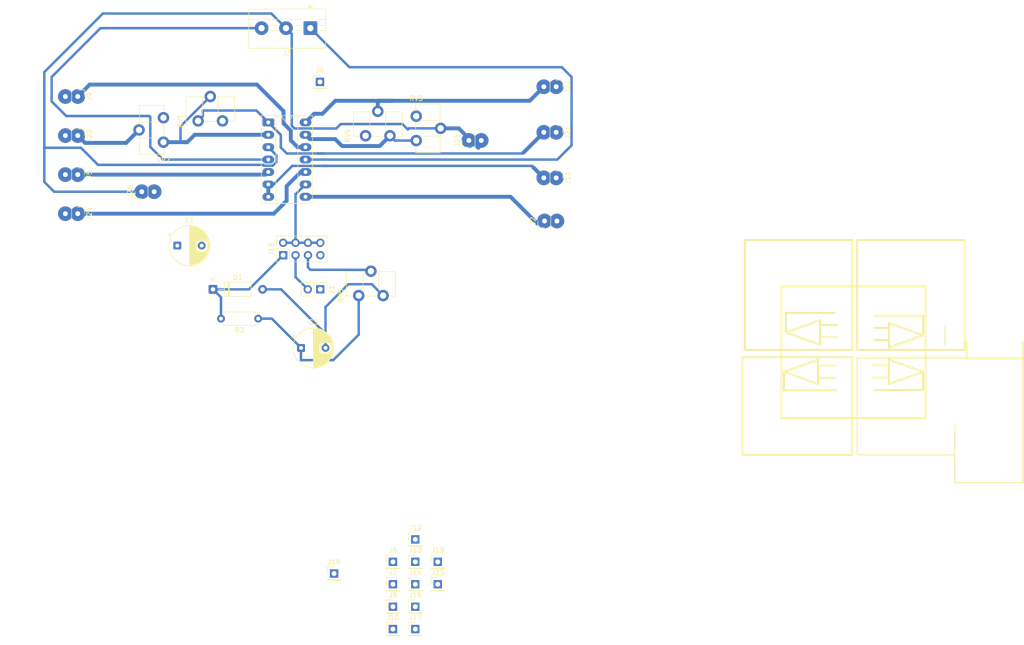
<source format=kicad_pcb>
(kicad_pcb (version 20241229) (generator "pcbnew") (generator_version "9.0")
  (layers (0 "F.Cu" signal) (2 "B.Cu" signal) (13 "F.Paste" user) (15 "B.Paste" user) (5 "F.SilkS" user "F.Silkscreen") (7 "B.SilkS" user "B.Silkscreen") (1 "F.Mask" user) (3 "B.Mask" user) (25 "Edge.Cuts" user))
  (net 0 "")
  (net 1 "VCC")
  (net 2 "VEE")
  (net 3 "bat-")
  (net 4 "v_zener")
  (net 5 "bat+")
  (net 6 "v_devider")
  (net 7 "noninv_amp_vo")
  (net 8 "inv_amp_vo")
  (net 9 "Net-(J10-Pin_1)")
  (net 10 "inv_amp_vin")
  (net 11 "buffer_amp_vo")
  (net 16 "buffer_amp_vin")
  (net 17 "noninv_amp_vin")
  (net 18 "cross_detect_out")
  (net 21 "Net-(J23-Pin_1)")
  (net 22 "Net-(J15-Pin_2)")
  (net 23 "cross_vin")
  (footprint "Connector_PinHeader_2.54mm:PinHeader_1x01_P2.54mm_Vertical" (layer "F.Cu") (at 238.59 170.91)
    (property "Reference" "J23" (at 0 -2.38 0) (layer "F.SilkS"))
    (property "Value" "Conn_01x01_Pin")
    (pad "1" thru_hole rect (at 0 0) (size 1.7 1.7) (drill 1) (layers "*.Cu" "*.Mask") (net 21 "Net-(J23-Pin_1)"))
  )
  (footprint "Connector_PinHeader_2.54mm:PinHeader_1x01_P2.54mm_Vertical" (layer "F.Cu") (at 234 175.5)
    (property "Reference" "J16" (at 0 -2.38 0) (layer "F.SilkS"))
    (property "Value" "Conn_01x01_Pin")
    (pad "1" thru_hole rect (at 0 0) (size 1.7 1.7) (drill 1) (layers "*.Cu" "*.Mask") (net 1 "VCC"))
  )
  (footprint "Connector_PinHeader_2.54mm:PinHeader_1x01_P2.54mm_Vertical" (layer "F.Cu") (at 234 161.73)
    (property "Reference" "J12" (at 0 -2.38 0) (layer "F.SilkS"))
    (property "Value" "Conn_01x01_Pin")
    (pad "1" thru_hole rect (at 0 0) (size 1.7 1.7) (drill 1) (layers "*.Cu" "*.Mask") (net 4 "v_zener"))
  )
  (footprint "Potentiometer_THT:Potentiometer_ACP_CA9-H5_Horizontal" (layer "F.Cu") (at 234.18 75.025)
    (property "Reference" "RV3" (at 0 -3.65 0) (layer "F.SilkS"))
    (property "Value" "R_Potentiometer")
    (pad "1" thru_hole circle (at 0 0) (size 2.34 2.34) (drill 1.3) (layers "*.Cu" "*.Mask"))
    (pad "2" thru_hole circle (at 5 2.5) (size 2.34 2.34) (drill 1.3) (layers "*.Cu" "*.Mask") (net 3 "bat-"))
    (pad "3" thru_hole circle (at 0 5) (size 2.34 2.34) (drill 1.3) (layers "*.Cu" "*.Mask") (net 21 "Net-(J23-Pin_1)"))
  )
  (footprint "Connector_PinHeader_2.54mm:PinHeader_1x01_P2.54mm_Vertical" (layer "F.Cu") (at 234 180.09)
    (property "Reference" "J17" (at 0 -2.38 0) (layer "F.SilkS"))
    (property "Value" "Conn_01x01_Pin")
    (pad "1" thru_hole rect (at 0 0) (size 1.7 1.7) (drill 1) (layers "*.Cu" "*.Mask") (net 10 "inv_amp_vin"))
  )
  (footprint "Connector_PinHeader_2.54mm:PinHeader_1x02_P2.54mm_input" (layer "F.Cu") (at 177.96 90.5 90)
    (property "Reference" "J26" (at 0 -2.38 90) (layer "F.SilkS"))
    (property "Value" "Conn_01x02" (hide yes))
    (pad "1" thru_hole circle (at 0 0 90) (size 3 3) (drill 1) (layers "*.Cu" "*.Mask") (net 3 "bat-"))
    (pad "1" thru_hole circle (at 0 2.54 90) (size 3 3) (drill 1) (layers "*.Cu" "*.Mask") (net 3 "bat-"))
  )
  (footprint "Potentiometer_THT:Potentiometer_ACP_CA9-H5_Horizontal" (layer "F.Cu") (at 222.4 111.78 90)
    (property "Reference" "RV5" (at 0 -3.65 90) (layer "F.SilkS"))
    (property "Value" "R_Potentiometer")
    (pad "1" thru_hole circle (at 0 0 90) (size 2.34 2.34) (drill 1.3) (layers "*.Cu" "*.Mask") (net 1 "VCC"))
    (pad "2" thru_hole circle (at 5 2.5 90) (size 2.34 2.34) (drill 1.3) (layers "*.Cu" "*.Mask") (net 6 "v_devider"))
    (pad "3" thru_hole circle (at 0 5 90) (size 2.34 2.34) (drill 1.3) (layers "*.Cu" "*.Mask") (net 2 "VEE"))
  )
  (footprint "Potentiometer_THT:Potentiometer_ACP_CA9-H5_Horizontal" (layer "F.Cu") (at 223.805 79.04 90)
    (property "Reference" "RV4" (at 0 -3.65 90) (layer "F.SilkS"))
    (property "Value" "R_Potentiometer")
    (pad "1" thru_hole circle (at 0 0 90) (size 2.34 2.34) (drill 1.3) (layers "*.Cu" "*.Mask"))
    (pad "2" thru_hole circle (at 5 2.5 90) (size 2.34 2.34) (drill 1.3) (layers "*.Cu" "*.Mask") (net 7 "noninv_amp_vo"))
    (pad "3" thru_hole circle (at 0 5 90) (size 2.34 2.34) (drill 1.3) (layers "*.Cu" "*.Mask") (net 21 "Net-(J23-Pin_1)"))
  )
  (footprint "Connector_PinHeader_2.54mm:PinHeader_1x01_P2.54mm_Vertical" (layer "F.Cu") (at 217.354698 168.71)
    (property "Reference" "J18" (at 0 -2.38 0) (layer "F.SilkS"))
    (property "Value" "Conn_01x01_Pin")
    (pad "1" thru_hole rect (at 0 0) (size 1.7 1.7) (drill 1) (layers "*.Cu" "*.Mask") (net 9 "Net-(J10-Pin_1)"))
  )
  (footprint "Potentiometer_THT:Potentiometer_ACP_CA9-H5_Horizontal" (layer "F.Cu") (at 182.4 80.35 180)
    (property "Reference" "RV2" (at 0 -3.65 0) (layer "F.SilkS"))
    (property "Value" "R_Potentiometer")
    (pad "1" thru_hole circle (at 0 0 180) (size 2.34 2.34) (drill 1.3) (layers "*.Cu" "*.Mask") (net 9 "Net-(J10-Pin_1)"))
    (pad "2" thru_hole circle (at 5 2.5 180) (size 2.34 2.34) (drill 1.3) (layers "*.Cu" "*.Mask") (net 10 "inv_amp_vin"))
    (pad "3" thru_hole circle (at 0 5 180) (size 2.34 2.34) (drill 1.3) (layers "*.Cu" "*.Mask"))
  )
  (footprint "Connector_PinHeader_2.54mm:PinHeader_1x02_P2.54mm_input" (layer "F.Cu") (at 164.85 71 -90)
    (property "Reference" "J9" (at 0 -2.38 90) (layer "F.SilkS"))
    (property "Value" "Conn_01x02")
    (pad "1" thru_hole circle (at 0 0 270) (size 3 3) (drill 1) (layers "*.Cu" "*.Mask") (net 17 "noninv_amp_vin"))
    (pad "1" thru_hole circle (at 0 2.54 270) (size 3 3) (drill 1) (layers "*.Cu" "*.Mask") (net 17 "noninv_amp_vin"))
  )
  (footprint "Connector_PinHeader_2.54mm:PinHeader_1x01_P2.54mm_Vertical" (layer "F.Cu") (at 234 170.91)
    (property "Reference" "J14" (at 0 -2.38 0) (layer "F.SilkS"))
    (property "Value" "Conn_01x01_Pin")
    (pad "1" thru_hole rect (at 0 0) (size 1.7 1.7) (drill 1) (layers "*.Cu" "*.Mask") (net 2 "VEE"))
  )
  (footprint "Diode_THT:D_A-405_P10.16mm_Horizontal" (layer "F.Cu") (at 192.55 110.5)
    (property "Reference" "D1" (at 5.08 -2.47 0) (layer "F.SilkS"))
    (property "Value" "D_Zener_Filled")
    (fp_text user "K" (at 0 -1.9 0) (layer "F.SilkS"))
    (pad "1" thru_hole roundrect (at 0 0) (size 1.8 1.8) (drill 0.9) (layers "*.Cu" "*.Mask") (roundrect_rratio 0.138889) (net 4 "v_zener"))
    (pad "2" thru_hole circle (at 10.16 0) (size 1.8 1.8) (drill 0.9) (layers "*.Cu" "*.Mask") (net 2 "VEE"))
  )
  (footprint "Connector_PinHeader_2.54mm:PinHeader_1x01_P2.54mm_Vertical" (layer "F.Cu") (at 234 166.32)
    (property "Reference" "J13" (at 0 -2.38 0) (layer "F.SilkS"))
    (property "Value" "Conn_01x01_Pin")
    (pad "1" thru_hole rect (at 0 0) (size 1.7 1.7) (drill 1) (layers "*.Cu" "*.Mask") (net 2 "VEE"))
  )
  (footprint "Capacitor_THT:CP_Radial_D8.0mm_P5.00mm" (layer "F.Cu") (at 210.597349 122.5)
    (property "Reference" "C3" (at 2.5 -5.25 0) (layer "F.SilkS"))
    (property "Value" "C_Polarized")
    (pad "1" thru_hole roundrect (at 0 0) (size 1.6 1.6) (drill 0.8) (layers "*.Cu" "*.Mask") (roundrect_rratio 0.15625) (net 1 "VCC"))
    (pad "2" thru_hole circle (at 5 0) (size 1.6 1.6) (drill 0.8) (layers "*.Cu" "*.Mask") (net 2 "VEE"))
  )
  (footprint "Connector_PinHeader_2.54mm:PinHeader_1x01_P2.54mm_Vertical" (layer "F.Cu") (at 229.41 175.5)
    (property "Reference" "J8" (at 0 -2.38 0) (layer "F.SilkS"))
    (property "Value" "Conn_01x01_Pin")
    (pad "1" thru_hole rect (at 0 0) (size 1.7 1.7) (drill 1) (layers "*.Cu" "*.Mask") (net 8 "inv_amp_vo"))
  )
  (footprint "Connector_PinHeader_2.54mm:PinHeader_1x02_P2.54mm_input" (layer "F.Cu") (at 262.85 69 -90)
    (property "Reference" "J22" (at 0 -2.38 90) (layer "F.SilkS"))
    (property "Value" "Conn_01x02")
    (pad "1" thru_hole circle (at 0 0 270) (size 3 3) (drill 1) (layers "*.Cu" "*.Mask") (net 7 "noninv_amp_vo"))
    (pad "1" thru_hole circle (at 0 2.54 270) (size 3 3) (drill 1) (layers "*.Cu" "*.Mask") (net 7 "noninv_amp_vo"))
  )
  (footprint "Connector_PinHeader_2.54mm:PinHeader_1x01_P2.54mm_Vertical" (layer "F.Cu") (at 229.41 180.09)
    (property "Reference" "J10" (at 0 -2.38 0) (layer "F.SilkS"))
    (property "Value" "Conn_01x01_Pin")
    (pad "1" thru_hole rect (at 0 0) (size 1.7 1.7) (drill 1) (layers "*.Cu" "*.Mask") (net 9 "Net-(J10-Pin_1)"))
  )
  (footprint "Connector_PinHeader_2.54mm:PinHeader_1x02_P2.54mm_input" (layer "F.Cu") (at 164.85 79 -90)
    (property "Reference" "J20" (at 0 -2.38 90) (layer "F.SilkS"))
    (property "Value" "Conn_01x02")
    (pad "1" thru_hole circle (at 0 0 270) (size 3 3) (drill 1) (layers "*.Cu" "*.Mask") (net 10 "inv_amp_vin"))
    (pad "1" thru_hole circle (at 0 2.54 270) (size 3 3) (drill 1) (layers "*.Cu" "*.Mask") (net 10 "inv_amp_vin"))
  )
  (footprint "Connector_PinHeader_2.54mm:PinHeader_1x02_P2.54mm_input" (layer "F.Cu") (at 262.85 78.333333 -90)
    (property "Reference" "J21" (at 0 -2.38 90) (layer "F.SilkS"))
    (property "Value" "Conn_01x02")
    (pad "1" thru_hole circle (at 0 0 270) (size 3 3) (drill 1) (layers "*.Cu" "*.Mask") (net 8 "inv_amp_vo"))
    (pad "1" thru_hole circle (at 0 2.54 270) (size 3 3) (drill 1) (layers "*.Cu" "*.Mask") (net 8 "inv_amp_vo"))
  )
  (footprint "Connector_PinHeader_2.54mm:PinHeader_1x01_P2.54mm_Vertical" (layer "F.Cu") (at 229.41 166.32)
    (property "Reference" "J6" (at 0 -2.38 0) (layer "F.SilkS"))
    (property "Value" "Conn_01x01_Pin")
    (pad "1" thru_hole rect (at 0 0) (size 1.7 1.7) (drill 1) (layers "*.Cu" "*.Mask") (net 21 "Net-(J23-Pin_1)"))
  )
  (footprint "Connector_PinHeader_2.54mm:PinHeader_1x02_P2.54mm_input" (layer "F.Cu") (at 262.85 87.666667 -90)
    (property "Reference" "J11" (at 0 -2.38 90) (layer "F.SilkS"))
    (property "Value" "Conn_01x02")
    (pad "1" thru_hole circle (at 0 0 270) (size 3 3) (drill 1) (layers "*.Cu" "*.Mask") (net 11 "buffer_amp_vo"))
    (pad "1" thru_hole circle (at 0 2.54 270) (size 3 3) (drill 1) (layers "*.Cu" "*.Mask") (net 11 "buffer_amp_vo"))
  )
  (footprint "Connector_PinHeader_2.54mm:PinHeader_1x02_P2.54mm_input" (layer "F.Cu") (at 164.85 95 -90)
    (property "Reference" "J24" (at 0 -2.38 90) (layer "F.SilkS"))
    (property "Value" "Conn_01x02" (hide yes))
    (pad "1" thru_hole circle (at 0 0 270) (size 3 3) (drill 1) (layers "*.Cu" "*.Mask") (net 23 "cross_vin"))
    (pad "1" thru_hole circle (at 0 2.54 270) (size 3 3) (drill 1) (layers "*.Cu" "*.Mask") (net 23 "cross_vin"))
  )
  (footprint "Package_DIP:DIP-14_W7.62mm_Socket_LongPads" (layer "F.Cu") (at 203.88 76.3)
    (property "Reference" "U1" (hide yes))
    (property "Value" "TL084")
    (pad "1" thru_hole roundrect (at 0 0) (size 2.4 1.6) (drill 0.8) (layers "*.Cu" "*.Mask") (roundrect_rratio 0.15625) (net 8 "inv_amp_vo"))
    (pad "2" thru_hole oval (at 0 2.54) (size 2.4 1.6) (drill 0.8) (layers "*.Cu" "*.Mask") (net 9 "Net-(J10-Pin_1)"))
    (pad "3" thru_hole oval (at 0 5.08) (size 2.4 1.6) (drill 0.8) (layers "*.Cu" "*.Mask") (net 3 "bat-"))
    (pad "4" thru_hole oval (at 0 7.62) (size 2.4 1.6) (drill 0.8) (layers "*.Cu" "*.Mask") (net 1 "VCC"))
    (pad "5" thru_hole oval (at 0 10.16) (size 2.4 1.6) (drill 0.8) (layers "*.Cu" "*.Mask") (net 16 "buffer_amp_vin"))
    (pad "6" thru_hole oval (at 0 12.7) (size 2.4 1.6) (drill 0.8) (layers "*.Cu" "*.Mask") (net 11 "buffer_amp_vo"))
    (pad "7" thru_hole oval (at 0 15.24) (size 2.4 1.6) (drill 0.8) (layers "*.Cu" "*.Mask") (net 11 "buffer_amp_vo"))
    (pad "8" thru_hole oval (at 7.62 15.24) (size 2.4 1.6) (drill 0.8) (layers "*.Cu" "*.Mask") (net 18 "cross_detect_out"))
    (pad "9" thru_hole oval (at 7.62 12.7) (size 2.4 1.6) (drill 0.8) (layers "*.Cu" "*.Mask") (net 22 "Net-(J15-Pin_2)"))
    (pad "10" thru_hole oval (at 7.62 10.16) (size 2.4 1.6) (drill 0.8) (layers "*.Cu" "*.Mask") (net 23 "cross_vin"))
    (pad "11" thru_hole oval (at 7.62 7.62) (size 2.4 1.6) (drill 0.8) (layers "*.Cu" "*.Mask") (net 2 "VEE"))
    (pad "12" thru_hole oval (at 7.62 5.08) (size 2.4 1.6) (drill 0.8) (layers "*.Cu" "*.Mask") (net 17 "noninv_amp_vin"))
    (pad "13" thru_hole oval (at 7.62 2.54) (size 2.4 1.6) (drill 0.8) (layers "*.Cu" "*.Mask") (net 21 "Net-(J23-Pin_1)"))
    (pad "14" thru_hole oval (at 7.62 0) (size 2.4 1.6) (drill 0.8) (layers "*.Cu" "*.Mask") (net 7 "noninv_amp_vo"))
  )
  (footprint "TerminalBlock:TerminalBlock_MaiXu_MX126-5.0-03P_1x03_P5.00mm" (layer "F.Cu") (at 212.5 57 180)
    (property "Reference" "J3" (at 4.75 -5.12 0) (layer "F.SilkS"))
    (property "Value" "Screw_Terminal_01x03")
    (pad "1" thru_hole roundrect (at 0 0 180) (size 2.8 2.8) (drill 1.3) (layers "*.Cu" "*.Mask") (roundrect_rratio 0.089286) (net 2 "VEE"))
    (pad "2" thru_hole circle (at 5 0 180) (size 2.8 2.8) (drill 1.3) (layers "*.Cu" "*.Mask") (net 3 "bat-"))
    (pad "3" thru_hole circle (at 10 0 180) (size 2.8 2.8) (drill 1.3) (layers "*.Cu" "*.Mask") (net 1 "VCC"))
  )
  (footprint "Connector_PinHeader_2.54mm:PinHeader_1x02_P2.54mm_Vertical" (layer "F.Cu") (at 214.51 110.5 -90)
    (property "Reference" "J1" (at 0 -2.38 90) (layer "F.SilkS"))
    (property "Value" "Screw_Terminal_01x02")
    (pad "1" thru_hole rect (at 0 0 270) (size 1.7 1.7) (drill 1) (layers "*.Cu" "*.Mask") (net 3 "bat-"))
    (pad "2" thru_hole circle (at 0 2.54 270) (size 1.7 1.7) (drill 1) (layers "*.Cu" "*.Mask") (net 5 "bat+"))
  )
  (footprint "Connector_PinHeader_2.54mm:PinHeader_2x04_P2.54mm_Vertical" (layer "F.Cu") (at 206.92 103.5 90)
    (property "Reference" "J15" (at 1.27 -2.38 90) (layer "F.SilkS"))
    (property "Value" "Conn_02x04_Odd_Even")
    (pad "1" thru_hole rect (at 0 0 90) (size 1.7 1.7) (drill 1) (layers "*.Cu" "*.Mask") (net 4 "v_zener"))
    (pad "2" thru_hole circle (at 2.54 0 90) (size 1.7 1.7) (drill 1) (layers "*.Cu" "*.Mask") (net 22 "Net-(J15-Pin_2)"))
    (pad "3" thru_hole circle (at 0 2.54 90) (size 1.7 1.7) (drill 1) (layers "*.Cu" "*.Mask") (net 5 "bat+"))
    (pad "4" thru_hole circle (at 2.54 2.54 90) (size 1.7 1.7) (drill 1) (layers "*.Cu" "*.Mask") (net 22 "Net-(J15-Pin_2)"))
    (pad "5" thru_hole circle (at 0 5.08 90) (size 1.7 1.7) (drill 1) (layers "*.Cu" "*.Mask") (net 6 "v_devider"))
    (pad "6" thru_hole circle (at 2.54 5.08 90) (size 1.7 1.7) (drill 1) (layers "*.Cu" "*.Mask") (net 22 "Net-(J15-Pin_2)"))
    (pad "7" thru_hole circle (at 0 7.62 90) (size 1.7 1.7) (drill 1) (layers "*.Cu" "*.Mask") (net 3 "bat-"))
    (pad "8" thru_hole circle (at 2.54 7.62 90) (size 1.7 1.7) (drill 1) (layers "*.Cu" "*.Mask") (net 22 "Net-(J15-Pin_2)"))
  )
  (footprint "Resistor_THT:R_Axial_DIN0207_L6.3mm_D2.5mm_P7.62mm_Horizontal" (layer "F.Cu") (at 201.81 116.5 180)
    (property "Reference" "R3" (at 3.81 -2.37 0) (layer "F.SilkS"))
    (property "Value" "R")
    (pad "1" thru_hole circle (at 0 0 180) (size 1.6 1.6) (drill 0.8) (layers "*.Cu" "*.Mask") (net 1 "VCC"))
    (pad "2" thru_hole circle (at 7.62 0 180) (size 1.6 1.6) (drill 0.8) (layers "*.Cu" "*.Mask") (net 4 "v_zener"))
  )
  (footprint "Connector_PinHeader_2.54mm:PinHeader_1x02_P2.54mm_input" (layer "F.Cu") (at 260.46 96.5 90)
    (property "Reference" "J2" (at 0 -2.38 90) (layer "F.SilkS"))
    (property "Value" "Conn_01x02" (hide yes))
    (pad "1" thru_hole circle (at 0 0 90) (size 3 3) (drill 1) (layers "*.Cu" "*.Mask") (net 18 "cross_detect_out"))
    (pad "1" thru_hole circle (at 0 2.54 90) (size 3 3) (drill 1) (layers "*.Cu" "*.Mask") (net 18 "cross_detect_out"))
  )
  (footprint "Potentiometer_THT:Potentiometer_ACP_CA9-H5_Horizontal" (layer "F.Cu") (at 189.5 76 90)
    (property "Reference" "RV1" (at 0 -3.65 90) (layer "F.SilkS"))
    (property "Value" "R_Potentiometer")
    (pad "1" thru_hole circle (at 0 0 90) (size 2.34 2.34) (drill 1.3) (layers "*.Cu" "*.Mask") (net 8 "inv_amp_vo"))
    (pad "2" thru_hole circle (at 5 2.5 90) (size 2.34 2.34) (drill 1.3) (layers "*.Cu" "*.Mask") (net 9 "Net-(J10-Pin_1)"))
    (pad "3" thru_hole circle (at 0 5 90) (size 2.34 2.34) (drill 1.3) (layers "*.Cu" "*.Mask"))
  )
  (footprint "Connector_PinHeader_2.54mm:PinHeader_1x02_P2.54mm_input" (layer "F.Cu") (at 164.85 87 -90)
    (property "Reference" "J5" (at 0 -2.38 90) (layer "F.SilkS"))
    (property "Value" "Conn_01x02")
    (pad "1" thru_hole circle (at 0 0 270) (size 3 3) (drill 1) (layers "*.Cu" "*.Mask") (net 16 "buffer_amp_vin"))
    (pad "1" thru_hole circle (at 0 2.54 270) (size 3 3) (drill 1) (layers "*.Cu" "*.Mask") (net 16 "buffer_amp_vin"))
  )
  (footprint "Connector_PinHeader_2.54mm:PinHeader_1x01_P2.54mm_Vertical" (layer "F.Cu") (at 214.46 68.01)
    (property "Reference" "J4" (at 0 -2.38 0) (layer "F.SilkS"))
    (property "Value" "Conn_01x01_Pin")
    (pad "1" thru_hole rect (at 0 0) (size 1.7 1.7) (drill 1) (layers "*.Cu" "*.Mask") (net 7 "noninv_amp_vo"))
  )
  (footprint "Connector_PinHeader_2.54mm:PinHeader_1x01_P2.54mm_Vertical" (layer "F.Cu") (at 238.59 166.32)
    (property "Reference" "J19" (at 0 -2.38 0) (layer "F.SilkS"))
    (property "Value" "Conn_01x01_Pin")
    (pad "1" thru_hole rect (at 0 0) (size 1.7 1.7) (drill 1) (layers "*.Cu" "*.Mask") (net 6 "v_devider"))
  )
  (footprint "Capacitor_THT:CP_Radial_D8.0mm_P5.00mm" (layer "F.Cu") (at 185.24 101.54)
    (property "Reference" "C1" (at 2.5 -5.25 0) (layer "F.SilkS"))
    (property "Value" "C_Polarized")
    (pad "1" thru_hole roundrect (at 0 0) (size 1.6 1.6) (drill 0.8) (layers "*.Cu" "*.Mask") (roundrect_rratio 0.15625))
    (pad "2" thru_hole circle (at 5 0) (size 1.6 1.6) (drill 0.8) (layers "*.Cu" "*.Mask"))
  )
  (footprint "Connector_PinHeader_2.54mm:PinHeader_1x01_P2.54mm_Vertical" (layer "F.Cu") (at 229.41 170.91)
    (property "Reference" "J7" (at 0 -2.38 0) (layer "F.SilkS"))
    (property "Value" "Conn_01x01_Pin")
    (pad "1" thru_hole rect (at 0 0) (size 1.7 1.7) (drill 1) (layers "*.Cu" "*.Mask") (net 3 "bat-"))
  )
  (footprint "Connector_PinHeader_2.54mm:PinHeader_1x02_P2.54mm_input" (layer "F.Cu") (at 244.96 80 90)
    (property "Reference" "J25" (at 0 -2.38 90) (layer "F.SilkS"))
    (property "Value" "Conn_01x02" (hide yes))
    (pad "1" thru_hole circle (at 0 0 90) (size 3 3) (drill 1) (layers "*.Cu" "*.Mask") (net 3 "bat-"))
    (pad "1" thru_hole circle (at 0 2.54 90) (size 3 3) (drill 1) (layers "*.Cu" "*.Mask") (net 3 "bat-"))
  )
  (gr_line (start 331 117.4) (end 331 122.4) (stroke (width 0.4)) (layer "F.SilkS"))
  (gr_line (start 320.4 120.33) (end 316.9 120.33) (stroke (width 0.4)) (layer "F.SilkS"))
  (gr_line (start 331 120.9) (end 328 120.9) (stroke (width 0.4)) (layer "F.SilkS"))
  (gr_line (start 320.4 117.83) (end 316.9 117.83) (stroke (width 0.4)) (layer "F.SilkS"))
  (gr_line (start 331 122.4) (end 338 119.9) (stroke (width 0.4)) (layer "F.SilkS"))
  (gr_line (start 316.9 121.83) (end 316.9 116.83) (stroke (width 0.4)) (layer "F.SilkS"))
  (gr_line (start 309.5 131.162537) (end 320.175025 131.162537) (stroke (width 0.4)) (layer "F.SilkS"))
  (gr_line (start 316.9 116.83) (end 309.9 119.33) (stroke (width 0.4)) (layer "F.SilkS"))
  (gr_line (start 358.5 121.3) (end 358.5 150.1) (stroke (width 0.4)) (layer "F.SilkS"))
  (gr_line (start 309.9 115.33) (end 309.9 119.33) (stroke (width 0.4)) (layer "F.SilkS"))
  (gr_line (start 358.5 150.1) (end 344.5 150.1) (stroke (width 0.2)) (layer "F.SilkS"))
  (gr_rect (start 301 124.4) (end 323.5 144.4) (stroke (width 0.4)) (fill no) (layer "F.SilkS"))
  (gr_line (start 309.5 131.162537) (end 309.49826 127.397644) (stroke (width 0.4)) (layer "F.SilkS"))
  (gr_line (start 344.5 144.4) (end 324.5 144.4) (stroke (width 0.2)) (layer "F.SilkS"))
  (gr_line (start 344.5 150.1) (end 344.5 138.3) (stroke (width 0.2)) (layer "F.SilkS"))
  (gr_line (start 309.9 115.33) (end 319.9 115.33) (stroke (width 0.4)) (layer "F.SilkS"))
  (gr_line (start 338 115.9) (end 338 119.9) (stroke (width 0.4)) (layer "F.SilkS"))
  (gr_line (start 338 127.4) (end 331 124.9) (stroke (width 0.4)) (layer "F.SilkS"))
  (gr_line (start 316.5 124.9) (end 309.5 127.4) (stroke (width 0.4)) (layer "F.SilkS"))
  (gr_line (start 331 124.9) (end 331 129.9) (stroke (width 0.4)) (layer "F.SilkS"))
  (gr_line (start 330.989818 126.075025) (end 327.804611 126.075025) (stroke (width 0.4)) (layer "F.SilkS"))
  (gr_line (start 320 128.617435) (end 316.5 128.617435) (stroke (width 0.4)) (layer "F.SilkS"))
  (gr_line (start 346.9 124.5) (end 346.9 121.3) (stroke (width 0.4)) (layer "F.SilkS"))
  (gr_line (start 309.5 127.4) (end 316.5 129.9) (stroke (width 0.4)) (layer "F.SilkS"))
  (gr_rect (start 324.5 100.4) (end 346.5 122.9) (stroke (width 0.4)) (fill no) (layer "F.SilkS"))
  (gr_line (start 342.5 117.9) (end 342.5 121.9) (stroke (width 0.2)) (layer "F.SilkS"))
  (gr_line (start 328 131.164894) (end 338 131.077381) (stroke (width 0.4)) (layer "F.SilkS"))
  (gr_line (start 328 115.9) (end 338 115.9) (stroke (width 0.4)) (layer "F.SilkS"))
  (gr_line (start 331 129.9) (end 338 127.4) (stroke (width 0.4)) (layer "F.SilkS"))
  (gr_line (start 309.9 119.33) (end 316.9 121.83) (stroke (width 0.4)) (layer "F.SilkS"))
  (gr_line (start 338 119.9) (end 331 117.4) (stroke (width 0.4)) (layer "F.SilkS"))
  (gr_line (start 324.5 144.4) (end 324.5 124.5) (stroke (width 0.2)) (layer "F.SilkS"))
  (gr_line (start 316.5 129.9) (end 316.5 124.9) (stroke (width 0.4)) (layer "F.SilkS"))
  (gr_line (start 330.989818 128.575025) (end 327.81628 128.575025) (stroke (width 0.4)) (layer "F.SilkS"))
  (gr_line (start 320 126.117435) (end 316.5 126.117435) (stroke (width 0.4)) (layer "F.SilkS"))
  (gr_line (start 324.5 124.5) (end 346.9 124.5) (stroke (width 0.4)) (layer "F.SilkS"))
  (gr_rect (start 309 109.9) (end 338.5 136.9) (stroke (width 0.4)) (fill no) (layer "F.SilkS"))
  (gr_rect (start 301.5 100.4) (end 323.5 122.9) (stroke (width 0.4)) (fill no) (layer "F.SilkS"))
  (gr_line (start 346.9 124.65) (end 358.5 124.65) (stroke (width 0.4)) (layer "F.SilkS"))
  (gr_line (start 338 131.077381) (end 338 127.4) (stroke (width 0.4)) (layer "F.SilkS"))
  (gr_line (start 331 118.4) (end 328 118.4) (stroke (width 0.4)) (layer "F.SilkS"))
  (segment (start 201.81 116.5) (end 204.597349 116.5) (width 0.5) (layer "B.Cu") (net 1))
  (segment (start 179.71 75.21) (end 179.71 81.33) (width 0.5) (layer "B.Cu") (net 1))
  (segment (start 210.57 125) (end 210.57 122.527349) (width 0.5) (layer "B.Cu") (net 1))
  (segment (start 159.5 67) (end 159.5 72) (width 0.5) (layer "B.Cu") (net 1))
  (segment (start 169.5 57) (end 159.5 67) (width 0.5) (layer "B.Cu") (net 1))
  (segment (start 179.5 75) (end 179.71 75.21) (width 0.5) (layer "B.Cu") (net 1))
  (segment (start 210.57 122.527349) (end 210.597349 122.5) (width 0.5) (layer "B.Cu") (net 1))
  (segment (start 217.18 125) (end 210.57 125) (width 0.5) (layer "B.Cu") (net 1))
  (segment (start 204.597349 116.5) (end 210.597349 122.5) (width 0.5) (layer "B.Cu") (net 1))
  (segment (start 222.4 111.78) (end 222.4 119.78) (width 0.5) (layer "B.Cu") (net 1))
  (segment (start 179.71 81.33) (end 182.3 83.92) (width 0.5) (layer "B.Cu") (net 1))
  (segment (start 162.5 75) (end 179.5 75) (width 0.5) (layer "B.Cu") (net 1))
  (segment (start 182.3 83.92) (end 203.88 83.92) (width 0.5) (layer "B.Cu") (net 1))
  (segment (start 202.5 57) (end 169.5 57) (width 0.5) (layer "B.Cu") (net 1))
  (segment (start 159.5 72) (end 162.5 75) (width 0.5) (layer "B.Cu") (net 1))
  (segment (start 222.4 119.78) (end 217.18 125) (width 0.5) (layer "B.Cu") (net 1))
  (segment (start 266 81) (end 263.08 83.92) (width 0.5) (layer "B.Cu") (net 2))
  (segment (start 220.27 109.45) (end 215.597349 114.122651) (width 0.5) (layer "B.Cu") (net 2))
  (segment (start 215.597349 119.587349) (end 215.597349 122.5) (width 0.5) (layer "B.Cu") (net 2))
  (segment (start 212.5 57) (end 220.5 65) (width 0.5) (layer "B.Cu") (net 2))
  (segment (start 227.4 111.78) (end 225.07 109.45) (width 0.5) (layer "B.Cu") (net 2))
  (segment (start 202.71 110.5) (end 206.51 110.5) (width 0.5) (layer "B.Cu") (net 2))
  (segment (start 220.5 65) (end 264 65) (width 0.5) (layer "B.Cu") (net 2))
  (segment (start 263.08 83.92) (end 211.5 83.92) (width 0.5) (layer "B.Cu") (net 2))
  (segment (start 206.51 110.5) (end 215.597349 119.587349) (width 0.5) (layer "B.Cu") (net 2))
  (segment (start 266 67) (end 266 81) (width 0.5) (layer "B.Cu") (net 2))
  (segment (start 225.07 109.45) (end 220.27 109.45) (width 0.5) (layer "B.Cu") (net 2))
  (segment (start 264 65) (end 266 67) (width 0.5) (layer "B.Cu") (net 2))
  (segment (start 215.597349 114.122651) (end 215.597349 122.5) (width 0.5) (layer "B.Cu") (net 2))
  (segment (start 208.68 76.976504) (end 209.254496 77.551) (width 0.5) (layer "B.Cu") (net 3))
  (segment (start 202.790819 85) (end 202.961819 85.171) (width 0.5) (layer "B.Cu") (net 3))
  (segment (start 158.050869 81.5) (end 165.5 81.5) (width 0.5) (layer "B.Cu") (net 3))
  (segment (start 204.5 54) (end 170 54) (width 0.5) (layer "B.Cu") (net 3))
  (segment (start 205.531 83.031) (end 203.88 81.38) (width 0.5) (layer "B.Cu") (net 3))
  (segment (start 232.46 77.76) (end 232.695 77.525) (width 0.5) (layer "B.Cu") (net 3))
  (segment (start 232.695 77.525) (end 239.18 77.525) (width 0.5) (layer "B.Cu") (net 3))
  (segment (start 169 85) (end 202.790819 85) (width 0.5) (layer "B.Cu") (net 3))
  (segment (start 231.346 76.646) (end 232.46 77.76) (width 0.5) (layer "B.Cu") (net 3))
  (segment (start 204.798181 85.171) (end 205.531 84.438181) (width 0.5) (layer "B.Cu") (net 3))
  (segment (start 202.961819 85.171) (end 204.798181 85.171) (width 0.5) (layer "B.Cu") (net 3))
  (segment (start 217.799 77.551) (end 218.704 76.646) (width 0.5) (layer "B.Cu") (net 3))
  (segment (start 214.54 110.47) (end 214.51 110.5) (width 0.5) (layer "B.Cu") (net 3))
  (segment (start 205.531 84.438181) (end 205.531 83.031) (width 0.5) (layer "B.Cu") (net 3))
  (segment (start 207.5 57) (end 208.68 58.18) (width 0.5) (layer "B.Cu") (net 3))
  (segment (start 160 90.5) (end 158 88.5) (width 0.5) (layer "B.Cu") (net 3))
  (segment (start 218.704 76.646) (end 231.346 76.646) (width 0.5) (layer "B.Cu") (net 3))
  (segment (start 239.18 77.525) (end 242.905 77.525) (width 0.8) (layer "B.Cu") (net 3))
  (segment (start 242.905 77.525) (end 246.9 81.52) (width 0.8) (layer "B.Cu") (net 3))
  (segment (start 170 54) (end 158 66) (width 0.5) (layer "B.Cu") (net 3))
  (segment (start 177.96 90.5) (end 160 90.5) (width 0.5) (layer "B.Cu") (net 3))
  (segment (start 158 81.449131) (end 158.050869 81.5) (width 0.5) (layer "B.Cu") (net 3))
  (segment (start 208.68 58.18) (end 208.68 76.976504) (width 0.5) (layer "B.Cu") (net 3))
  (segment (start 207.5 57) (end 204.5 54) (width 0.5) (layer "B.Cu") (net 3))
  (segment (start 209.254496 77.551) (end 217.799 77.551) (width 0.5) (layer "B.Cu") (net 3))
  (segment (start 158 88.5) (end 158 81.449131) (width 0.5) (layer "B.Cu") (net 3))
  (segment (start 165.5 81.5) (end 169 85) (width 0.5) (layer "B.Cu") (net 3))
  (segment (start 158 66) (end 158 81.449131) (width 0.5) (layer "B.Cu") (net 3))
  (segment (start 180.5 90.5) (end 177.96 90.5) (width 0.5) (layer "B.Cu") (net 3))
  (segment (start 194.19 116.5) (end 194.19 112.14) (width 0.5) (layer "B.Cu") (net 4))
  (segment (start 194.19 112.14) (end 192.55 110.5) (width 0.5) (layer "B.Cu") (net 4))
  (segment (start 192.55 110.5) (end 199.92 110.5) (width 0.5) (layer "B.Cu") (net 4))
  (segment (start 199.92 110.5) (end 206.92 103.5) (width 0.5) (layer "B.Cu") (net 4))
  (segment (start 211.97 110.5) (end 209.46 107.99) (width 0.5) (layer "B.Cu") (net 5))
  (segment (start 209.46 107.99) (end 209.46 103.5) (width 0.5) (layer "B.Cu") (net 5))
  (segment (start 224.9 106.78) (end 224.62 106.5) (width 0.5) (layer "B.Cu") (net 6))
  (segment (start 224.62 106.5) (end 212.51 106.5) (width 0.5) (layer "B.Cu") (net 6))
  (segment (start 212 105.99) (end 212 103.5) (width 0.5) (layer "B.Cu") (net 6))
  (segment (start 212.51 106.5) (end 212 105.99) (width 0.5) (layer "B.Cu") (net 6))
  (segment (start 217.61 71.88) (end 229.26 71.88) (width 0.8) (layer "B.Cu") (net 7))
  (segment (start 213.26 74.54) (end 214.95 74.54) (width 0.8) (layer "B.Cu") (net 7))
  (segment (start 226.6 71.88) (end 226.305 72.175) (width 0.8) (layer "B.Cu") (net 7))
  (segment (start 226.305 74.04) (end 226.745 73.6) (width 0.8) (layer "B.Cu") (net 7))
  (segment (start 211.5 76.3) (end 213.26 74.54) (width 0.8) (layer "B.Cu") (net 7))
  (segment (start 229.26 71.88) (end 226.6 71.88) (width 0.8) (layer "B.Cu") (net 7))
  (segment (start 226.305 72.175) (end 226.305 74.04) (width 0.8) (layer "B.Cu") (net 7))
  (segment (start 214.95 74.54) (end 217.61 71.88) (width 0.8) (layer "B.Cu") (net 7))
  (segment (start 257.43 71.88) (end 260.31 69) (width 0.8) (layer "B.Cu") (net 7))
  (segment (start 229.26 71.88) (end 257.43 71.88) (width 0.8) (layer "B.Cu") (net 7))
  (segment (start 203.58 76) (end 203.88 76.3) (width 0.8) (layer "B.Cu") (net 8))
  (segment (start 260.31 78.333333) (end 256.143333 82.5) (width 0.8) (layer "B.Cu") (net 8))
  (segment (start 203.88 76.3) (end 201.45 73.87) (width 0.5) (layer "B.Cu") (net 8))
  (segment (start 214 82.669) (end 207.669 82.669) (width 0.5) (layer "B.Cu") (net 8))
  (segment (start 206.44 81.44) (end 206.44 78.86) (width 0.5) (layer "B.Cu") (net 8))
  (segment (start 190.48 75.02) (end 189.5 76) (width 0.5) (layer "B.Cu") (net 8))
  (segment (start 190.48 73.87) (end 190.48 75.02) (width 0.5) (layer "B.Cu") (net 8))
  (segment (start 214 82.669) (end 215.331 82.669) (width 0.5) (layer "B.Cu") (net 8))
  (segment (start 201.45 73.87) (end 190.48 73.87) (width 0.5) (layer "B.Cu") (net 8))
  (segment (start 214 82.669) (end 255.974333 82.669) (width 0.5) (layer "B.Cu") (net 8))
  (segment (start 255.974333 82.669) (end 260.31 78.333333) (width 0.5) (layer "B.Cu") (net 8))
  (segment (start 207.669 82.669) (end 206.44 81.44) (width 0.5) (layer "B.Cu") (net 8))
  (segment (start 206.44 78.86) (end 203.88 76.3) (width 0.5) (layer "B.Cu") (net 8))
  (segment (start 186.69 80.35) (end 185.9 80.35) (width 0.8) (layer "B.Cu") (net 9))
  (segment (start 192 71) (end 185.9 77.1) (width 0.5) (layer "B.Cu") (net 9))
  (segment (start 187.28 80.36) (end 186.7 80.36) (width 0.8) (layer "B.Cu") (net 9))
  (segment (start 185.9 80.35) (end 182.4 80.35) (width 0.8) (layer "B.Cu") (net 9))
  (segment (start 185.9 77.1) (end 185.9 80.35) (width 0.5) (layer "B.Cu") (net 9))
  (segment (start 188.8 78.84) (end 187.28 80.36) (width 0.8) (layer "B.Cu") (net 9))
  (segment (start 186.7 80.36) (end 186.69 80.35) (width 0.8) (layer "B.Cu") (net 9))
  (segment (start 203.88 78.84) (end 188.8 78.84) (width 0.8) (layer "B.Cu") (net 9))
  (segment (start 164.85 79) (end 166.35 80.5) (width 0.8) (layer "B.Cu") (net 10))
  (segment (start 166.35 80.5) (end 174.75 80.5) (width 0.8) (layer "B.Cu") (net 10))
  (segment (start 174.75 80.5) (end 177.4 77.85) (width 0.8) (layer "B.Cu") (net 10))
  (segment (start 257.852333 85.209) (end 260.31 87.666667) (width 0.5) (layer "B.Cu") (net 11))
  (segment (start 208.791 85.209) (end 205 89) (width 0.5) (layer "B.Cu") (net 11))
  (segment (start 203.88 89) (end 203.88 91.54) (width 0.8) (layer "B.Cu") (net 11))
  (segment (start 205 89) (end 203.88 89) (width 0.5) (layer "B.Cu") (net 11))
  (segment (start 215 85.209) (end 208.791 85.209) (width 0.5) (layer "B.Cu") (net 11))
  (segment (start 216 85.209) (end 215 85.209) (width 0.5) (layer "B.Cu") (net 11))
  (segment (start 258.143333 85.5) (end 260.31 87.666667) (width 0.8) (layer "B.Cu") (net 11))
  (segment (start 203.779 89.101) (end 203.88 89) (width 0.8) (layer "B.Cu") (net 11))
  (segment (start 215 85.209) (end 257.852333 85.209) (width 0.5) (layer "B.Cu") (net 11))
  (segment (start 203.34 87) (end 203.88 86.46) (width 0.2) (layer "F.Cu") (net 16))
  (segment (start 203.34 87) (end 203.88 86.46) (width 0.8) (layer "B.Cu") (net 16))
  (segment (start 164.85 87) (end 203.34 87) (width 0.8) (layer "B.Cu") (net 16))
  (segment (start 209.88 81.38) (end 208.5 80) (width 0.8) (layer "B.Cu") (net 17))
  (segment (start 208.5 78) (end 207 76.5) (width 0.8) (layer "B.Cu") (net 17))
  (segment (start 167.29 68.56) (end 164.85 71) (width 0.8) (layer "B.Cu") (net 17))
  (segment (start 207 76.5) (end 207 74) (width 0.8) (layer "B.Cu") (net 17))
  (segment (start 201.56 68.56) (end 167.29 68.56) (width 0.8) (layer "B.Cu") (net 17))
  (segment (start 207 74) (end 201.56 68.56) (width 0.8) (layer "B.Cu") (net 17))
  (segment (start 208.5 80) (end 208.5 78) (width 0.8) (layer "B.Cu") (net 17))
  (segment (start 211.5 81.38) (end 209.88 81.38) (width 0.8) (layer "B.Cu") (net 17))
  (segment (start 258.96 97) (end 253.5 91.54) (width 0.8) (layer "B.Cu") (net 18))
  (segment (start 253.5 91.54) (end 211.5 91.54) (width 0.8) (layer "B.Cu") (net 18))
  (segment (start 262.85 97) (end 258.96 97) (width 0.8) (layer "B.Cu") (net 18))
  (segment (start 228.805 79.04) (end 226.695 81.15) (width 0.8) (layer "B.Cu") (net 21))
  (segment (start 234.18 80.025) (end 229.79 80.025) (width 0.5) (layer "B.Cu") (net 21))
  (segment (start 217.57 79.72) (end 212.38 79.72) (width 0.8) (layer "B.Cu") (net 21))
  (segment (start 229.79 80.025) (end 228.805 79.04) (width 0.5) (layer "B.Cu") (net 21))
  (segment (start 212.38 79.72) (end 211.5 78.84) (width 0.8) (layer "B.Cu") (net 21))
  (segment (start 226.695 81.15) (end 219 81.15) (width 0.8) (layer "B.Cu") (net 21))
  (segment (start 219 81.15) (end 217.57 79.72) (width 0.8) (layer "B.Cu") (net 21))
  (segment (start 206.92 100.96) (end 209.46 100.96) (width 0.5) (layer "B.Cu") (net 22))
  (segment (start 212 100.96) (end 209.46 100.96) (width 0.5) (layer "B.Cu") (net 22))
  (segment (start 214.54 100.96) (end 212 100.96) (width 0.5) (layer "B.Cu") (net 22))
  (segment (start 209.46 91.04) (end 209.46 100.96) (width 0.5) (layer "B.Cu") (net 22))
  (segment (start 211.5 89) (end 209.46 91.04) (width 0.5) (layer "B.Cu") (net 22))
  (segment (start 207.64 89.34) (end 210.52 86.46) (width 0.8) (layer "B.Cu") (net 23))
  (segment (start 205 95) (end 207.64 92.36) (width 0.8) (layer "B.Cu") (net 23))
  (segment (start 210.52 86.46) (end 211.5 86.46) (width 0.8) (layer "B.Cu") (net 23))
  (segment (start 207.64 92.36) (end 207.64 89.34) (width 0.8) (layer "B.Cu") (net 23))
  (segment (start 164.85 95) (end 205 95) (width 0.8) (layer "B.Cu") (net 23))
)
</source>
